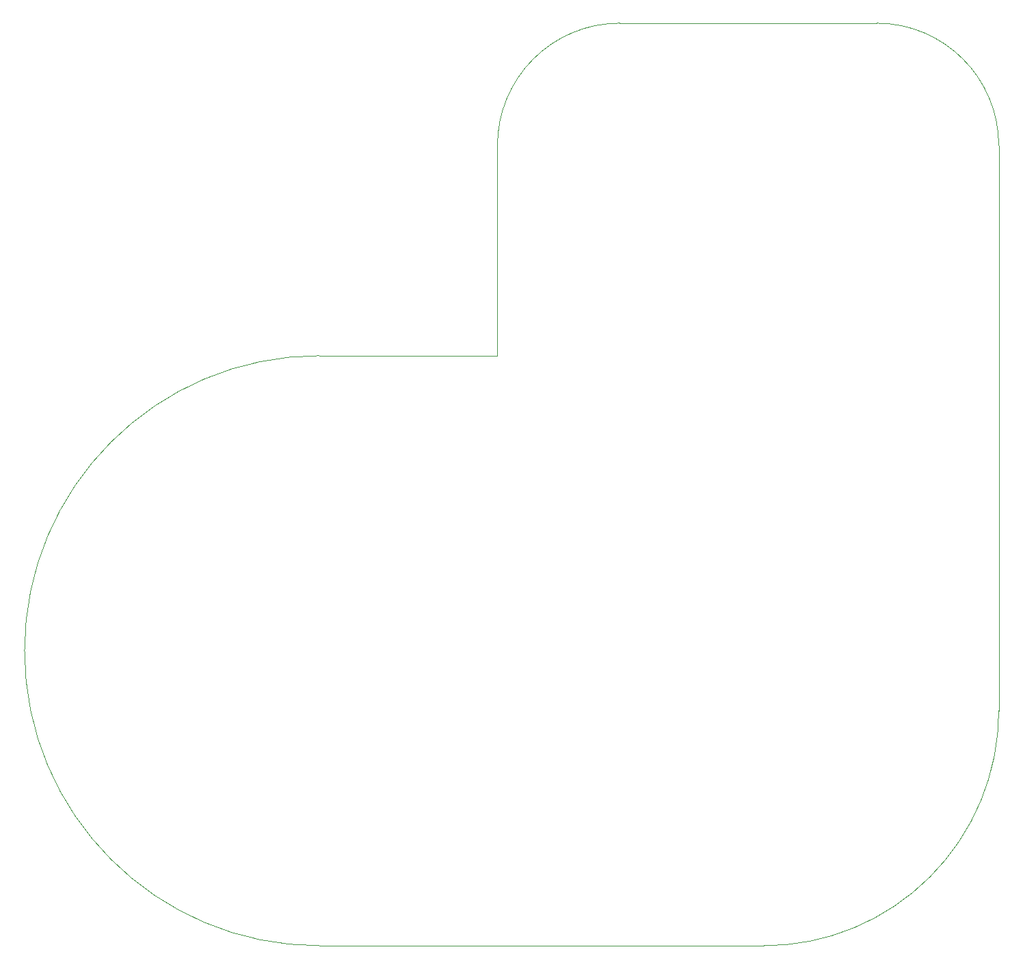
<source format=gbr>
%TF.GenerationSoftware,KiCad,Pcbnew,8.0.5*%
%TF.CreationDate,2025-02-22T12:03:58-08:00*%
%TF.ProjectId,eegw:ads1299,65656777-3a61-4647-9331-3239392e6b69,rev?*%
%TF.SameCoordinates,Original*%
%TF.FileFunction,Profile,NP*%
%FSLAX46Y46*%
G04 Gerber Fmt 4.6, Leading zero omitted, Abs format (unit mm)*
G04 Created by KiCad (PCBNEW 8.0.5) date 2025-02-22 12:03:58*
%MOMM*%
%LPD*%
G01*
G04 APERTURE LIST*
%TA.AperFunction,Profile*%
%ADD10C,0.050000*%
%TD*%
G04 APERTURE END LIST*
D10*
X177425527Y-44856644D02*
X145644044Y-44856644D01*
X130500000Y-60000000D02*
X130500000Y-86000000D01*
X177425527Y-44856644D02*
G75*
G02*
X192568856Y-60000000I-27J-15143356D01*
G01*
X108450000Y-159000000D02*
X163500000Y-159000000D01*
X108450000Y-159000000D02*
G75*
G02*
X108450000Y-86000000I0J36500000D01*
G01*
X108450000Y-86000000D02*
X130500000Y-86000000D01*
X192568883Y-129931117D02*
G75*
G02*
X163500000Y-159000003I-29068883J-3D01*
G01*
X130499312Y-60000000D02*
G75*
G02*
X145644044Y-44855952I15144048J0D01*
G01*
X192568883Y-129931117D02*
X192568883Y-60000000D01*
M02*

</source>
